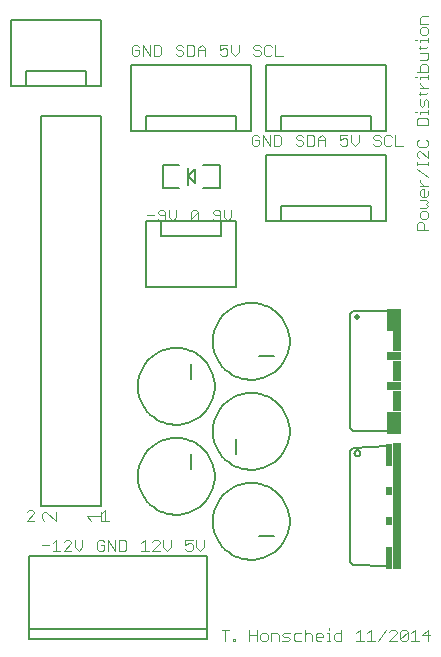
<source format=gto>
G75*
%MOIN*%
%OFA0B0*%
%FSLAX24Y24*%
%IPPOS*%
%LPD*%
%AMOC8*
5,1,8,0,0,1.08239X$1,22.5*
%
%ADD10C,0.0030*%
%ADD11C,0.0080*%
%ADD12C,0.0060*%
%ADD13C,0.0200*%
%ADD14R,0.0500X0.0750*%
%ADD15R,0.0300X0.0700*%
%ADD16R,0.0500X0.0300*%
%ADD17C,0.0050*%
%ADD18R,0.0300X0.4200*%
%ADD19R,0.0200X0.0750*%
%ADD20R,0.0200X0.0300*%
%ADD21C,0.0040*%
D10*
X002083Y003615D02*
X002330Y003615D01*
X002452Y003615D02*
X002699Y003862D01*
X002699Y003924D01*
X002637Y003985D01*
X002513Y003985D01*
X002452Y003924D01*
X002452Y003615D02*
X002699Y003615D01*
X002820Y003738D02*
X002820Y003985D01*
X002820Y003738D02*
X002943Y003615D01*
X003067Y003738D01*
X003067Y003985D01*
X003557Y003924D02*
X003557Y003677D01*
X003618Y003615D01*
X003742Y003615D01*
X003803Y003677D01*
X003803Y003800D01*
X003680Y003800D01*
X003557Y003924D02*
X003618Y003985D01*
X003742Y003985D01*
X003803Y003924D01*
X003925Y003985D02*
X004172Y003615D01*
X004172Y003985D01*
X004293Y003985D02*
X004293Y003615D01*
X004478Y003615D01*
X004540Y003677D01*
X004540Y003924D01*
X004478Y003985D01*
X004293Y003985D01*
X003925Y003985D02*
X003925Y003615D01*
X003962Y004615D02*
X003715Y004615D01*
X003838Y004615D02*
X003838Y004985D01*
X003715Y004862D01*
X005030Y003862D02*
X005153Y003985D01*
X005153Y003615D01*
X005030Y003615D02*
X005277Y003615D01*
X005398Y003615D02*
X005645Y003862D01*
X005645Y003924D01*
X005583Y003985D01*
X005460Y003985D01*
X005398Y003924D01*
X005398Y003615D02*
X005645Y003615D01*
X005766Y003738D02*
X005766Y003985D01*
X005766Y003738D02*
X005890Y003615D01*
X006013Y003738D01*
X006013Y003985D01*
X006503Y003985D02*
X006503Y003800D01*
X006627Y003862D01*
X006688Y003862D01*
X006750Y003800D01*
X006750Y003677D01*
X006688Y003615D01*
X006565Y003615D01*
X006503Y003677D01*
X006503Y003985D02*
X006750Y003985D01*
X006871Y003985D02*
X006871Y003738D01*
X006995Y003615D01*
X007118Y003738D01*
X007118Y003985D01*
X007715Y000985D02*
X007962Y000985D01*
X007838Y000985D02*
X007838Y000615D01*
X008083Y000615D02*
X008145Y000615D01*
X008145Y000677D01*
X008083Y000677D01*
X008083Y000615D01*
X008636Y000615D02*
X008636Y000985D01*
X008636Y000800D02*
X008883Y000800D01*
X009004Y000800D02*
X009004Y000677D01*
X009066Y000615D01*
X009189Y000615D01*
X009251Y000677D01*
X009251Y000800D01*
X009189Y000862D01*
X009066Y000862D01*
X009004Y000800D01*
X008883Y000985D02*
X008883Y000615D01*
X009372Y000615D02*
X009372Y000862D01*
X009558Y000862D01*
X009619Y000800D01*
X009619Y000615D01*
X009741Y000615D02*
X009926Y000615D01*
X009988Y000677D01*
X009926Y000738D01*
X009802Y000738D01*
X009741Y000800D01*
X009802Y000862D01*
X009988Y000862D01*
X010109Y000800D02*
X010109Y000677D01*
X010171Y000615D01*
X010356Y000615D01*
X010477Y000615D02*
X010477Y000985D01*
X010539Y000862D02*
X010663Y000862D01*
X010724Y000800D01*
X010724Y000615D01*
X010846Y000677D02*
X010846Y000800D01*
X010907Y000862D01*
X011031Y000862D01*
X011093Y000800D01*
X011093Y000738D01*
X010846Y000738D01*
X010846Y000677D02*
X010907Y000615D01*
X011031Y000615D01*
X011214Y000615D02*
X011337Y000615D01*
X011276Y000615D02*
X011276Y000862D01*
X011214Y000862D01*
X011276Y000985D02*
X011276Y001047D01*
X011521Y000862D02*
X011706Y000862D01*
X011706Y000985D02*
X011706Y000615D01*
X011521Y000615D01*
X011460Y000677D01*
X011460Y000800D01*
X011521Y000862D01*
X012196Y000862D02*
X012320Y000985D01*
X012320Y000615D01*
X012443Y000615D02*
X012196Y000615D01*
X012564Y000615D02*
X012811Y000615D01*
X012933Y000615D02*
X013180Y000985D01*
X013301Y000924D02*
X013363Y000985D01*
X013486Y000985D01*
X013548Y000924D01*
X013548Y000862D01*
X013301Y000615D01*
X013548Y000615D01*
X013669Y000677D02*
X013916Y000924D01*
X013916Y000677D01*
X013855Y000615D01*
X013731Y000615D01*
X013669Y000677D01*
X013669Y000924D01*
X013731Y000985D01*
X013855Y000985D01*
X013916Y000924D01*
X014038Y000862D02*
X014161Y000985D01*
X014161Y000615D01*
X014038Y000615D02*
X014285Y000615D01*
X014406Y000800D02*
X014653Y000800D01*
X014591Y000615D02*
X014591Y000985D01*
X014406Y000800D01*
X012688Y000985D02*
X012688Y000615D01*
X012564Y000862D02*
X012688Y000985D01*
X010539Y000862D02*
X010477Y000800D01*
X010356Y000862D02*
X010171Y000862D01*
X010109Y000800D01*
X002207Y003615D02*
X002207Y003985D01*
X002083Y003862D01*
X001962Y003800D02*
X001715Y003800D01*
X001462Y004615D02*
X001215Y004615D01*
X001462Y004862D01*
X001462Y004924D01*
X001400Y004985D01*
X001277Y004985D01*
X001215Y004924D01*
X005645Y014615D02*
X005768Y014615D01*
X005830Y014677D01*
X005830Y014924D01*
X005768Y014985D01*
X005645Y014985D01*
X005583Y014924D01*
X005583Y014862D01*
X005645Y014800D01*
X005830Y014800D01*
X005952Y014738D02*
X005952Y014985D01*
X006199Y014985D02*
X006199Y014738D01*
X006075Y014615D01*
X005952Y014738D01*
X005645Y014615D02*
X005583Y014677D01*
X005462Y014800D02*
X005215Y014800D01*
X006688Y014677D02*
X006750Y014615D01*
X006873Y014615D01*
X006935Y014677D01*
X006935Y014924D01*
X006688Y014677D01*
X006688Y014924D01*
X006750Y014985D01*
X006873Y014985D01*
X006935Y014924D01*
X007425Y014924D02*
X007425Y014862D01*
X007487Y014800D01*
X007672Y014800D01*
X007672Y014677D02*
X007672Y014924D01*
X007610Y014985D01*
X007487Y014985D01*
X007425Y014924D01*
X007425Y014677D02*
X007487Y014615D01*
X007610Y014615D01*
X007672Y014677D01*
X007793Y014738D02*
X007793Y014985D01*
X007793Y014738D02*
X007917Y014615D01*
X008040Y014738D01*
X008040Y014985D01*
X008777Y017115D02*
X008900Y017115D01*
X008962Y017177D01*
X008962Y017300D01*
X008838Y017300D01*
X008715Y017177D02*
X008715Y017424D01*
X008777Y017485D01*
X008900Y017485D01*
X008962Y017424D01*
X009083Y017485D02*
X009330Y017115D01*
X009330Y017485D01*
X009452Y017485D02*
X009452Y017115D01*
X009637Y017115D01*
X009699Y017177D01*
X009699Y017424D01*
X009637Y017485D01*
X009452Y017485D01*
X009083Y017485D02*
X009083Y017115D01*
X008777Y017115D02*
X008715Y017177D01*
X010188Y017177D02*
X010250Y017115D01*
X010373Y017115D01*
X010435Y017177D01*
X010435Y017238D01*
X010373Y017300D01*
X010250Y017300D01*
X010188Y017362D01*
X010188Y017424D01*
X010250Y017485D01*
X010373Y017485D01*
X010435Y017424D01*
X010557Y017485D02*
X010557Y017115D01*
X010742Y017115D01*
X010803Y017177D01*
X010803Y017424D01*
X010742Y017485D01*
X010557Y017485D01*
X010925Y017362D02*
X010925Y017115D01*
X010925Y017300D02*
X011172Y017300D01*
X011172Y017362D02*
X011172Y017115D01*
X011172Y017362D02*
X011048Y017485D01*
X010925Y017362D01*
X011662Y017300D02*
X011785Y017362D01*
X011847Y017362D01*
X011908Y017300D01*
X011908Y017177D01*
X011847Y017115D01*
X011723Y017115D01*
X011662Y017177D01*
X011662Y017300D02*
X011662Y017485D01*
X011908Y017485D01*
X012030Y017485D02*
X012030Y017238D01*
X012153Y017115D01*
X012277Y017238D01*
X012277Y017485D01*
X012766Y017424D02*
X012766Y017362D01*
X012828Y017300D01*
X012952Y017300D01*
X013013Y017238D01*
X013013Y017177D01*
X012952Y017115D01*
X012828Y017115D01*
X012766Y017177D01*
X012766Y017424D02*
X012828Y017485D01*
X012952Y017485D01*
X013013Y017424D01*
X013135Y017424D02*
X013135Y017177D01*
X013196Y017115D01*
X013320Y017115D01*
X013382Y017177D01*
X013503Y017115D02*
X013503Y017485D01*
X013382Y017424D02*
X013320Y017485D01*
X013196Y017485D01*
X013135Y017424D01*
X013503Y017115D02*
X013750Y017115D01*
X014215Y017139D02*
X014276Y017077D01*
X014523Y017077D01*
X014585Y017139D01*
X014585Y017263D01*
X014523Y017324D01*
X014276Y017324D02*
X014215Y017263D01*
X014215Y017139D01*
X014276Y016956D02*
X014215Y016894D01*
X014215Y016771D01*
X014276Y016709D01*
X014215Y016587D02*
X014215Y016464D01*
X014215Y016525D02*
X014585Y016525D01*
X014585Y016464D02*
X014585Y016587D01*
X014585Y016709D02*
X014338Y016956D01*
X014276Y016956D01*
X014585Y016956D02*
X014585Y016709D01*
X014215Y016342D02*
X014585Y016095D01*
X014585Y015788D02*
X014338Y015788D01*
X014462Y015788D02*
X014338Y015912D01*
X014338Y015973D01*
X014400Y015667D02*
X014462Y015667D01*
X014462Y015420D01*
X014523Y015420D02*
X014400Y015420D01*
X014338Y015482D01*
X014338Y015605D01*
X014400Y015667D01*
X014585Y015482D02*
X014523Y015420D01*
X014585Y015482D02*
X014585Y015605D01*
X014523Y015299D02*
X014338Y015299D01*
X014523Y015299D02*
X014585Y015237D01*
X014523Y015175D01*
X014585Y015113D01*
X014523Y015052D01*
X014338Y015052D01*
X014400Y014930D02*
X014338Y014868D01*
X014338Y014745D01*
X014400Y014683D01*
X014523Y014683D01*
X014585Y014745D01*
X014585Y014868D01*
X014523Y014930D01*
X014400Y014930D01*
X014400Y014562D02*
X014462Y014500D01*
X014462Y014315D01*
X014585Y014315D02*
X014215Y014315D01*
X014215Y014500D01*
X014276Y014562D01*
X014400Y014562D01*
X014215Y017814D02*
X014585Y017814D01*
X014585Y017999D01*
X014523Y018061D01*
X014276Y018061D01*
X014215Y017999D01*
X014215Y017814D01*
X014338Y018182D02*
X014338Y018244D01*
X014585Y018244D01*
X014585Y018182D02*
X014585Y018306D01*
X014585Y018428D02*
X014585Y018613D01*
X014523Y018675D01*
X014462Y018613D01*
X014462Y018490D01*
X014400Y018428D01*
X014338Y018490D01*
X014338Y018675D01*
X014338Y018796D02*
X014338Y018920D01*
X014276Y018858D02*
X014523Y018858D01*
X014585Y018920D01*
X014585Y019042D02*
X014338Y019042D01*
X014338Y019165D02*
X014338Y019227D01*
X014338Y019165D02*
X014462Y019042D01*
X014585Y019349D02*
X014585Y019472D01*
X014585Y019410D02*
X014338Y019410D01*
X014338Y019349D01*
X014215Y019410D02*
X014153Y019410D01*
X014215Y019594D02*
X014585Y019594D01*
X014585Y019779D01*
X014523Y019841D01*
X014400Y019841D01*
X014338Y019779D01*
X014338Y019594D01*
X014338Y019962D02*
X014523Y019962D01*
X014585Y020024D01*
X014585Y020209D01*
X014338Y020209D01*
X014338Y020331D02*
X014338Y020454D01*
X014276Y020393D02*
X014523Y020393D01*
X014585Y020454D01*
X014585Y020576D02*
X014585Y020700D01*
X014585Y020638D02*
X014338Y020638D01*
X014338Y020576D01*
X014215Y020638D02*
X014153Y020638D01*
X014338Y020884D02*
X014400Y020822D01*
X014523Y020822D01*
X014585Y020884D01*
X014585Y021007D01*
X014523Y021069D01*
X014400Y021069D01*
X014338Y021007D01*
X014338Y020884D01*
X014338Y021190D02*
X014338Y021375D01*
X014400Y021437D01*
X014585Y021437D01*
X014585Y021190D02*
X014338Y021190D01*
X014215Y018244D02*
X014153Y018244D01*
X009750Y020115D02*
X009503Y020115D01*
X009503Y020485D01*
X009382Y020424D02*
X009320Y020485D01*
X009196Y020485D01*
X009135Y020424D01*
X009135Y020177D01*
X009196Y020115D01*
X009320Y020115D01*
X009382Y020177D01*
X009013Y020177D02*
X008952Y020115D01*
X008828Y020115D01*
X008766Y020177D01*
X008828Y020300D02*
X008766Y020362D01*
X008766Y020424D01*
X008828Y020485D01*
X008952Y020485D01*
X009013Y020424D01*
X008952Y020300D02*
X008828Y020300D01*
X008952Y020300D02*
X009013Y020238D01*
X009013Y020177D01*
X008277Y020238D02*
X008277Y020485D01*
X008277Y020238D02*
X008153Y020115D01*
X008030Y020238D01*
X008030Y020485D01*
X007908Y020485D02*
X007662Y020485D01*
X007662Y020300D01*
X007785Y020362D01*
X007847Y020362D01*
X007908Y020300D01*
X007908Y020177D01*
X007847Y020115D01*
X007723Y020115D01*
X007662Y020177D01*
X007172Y020115D02*
X007172Y020362D01*
X007048Y020485D01*
X006925Y020362D01*
X006925Y020115D01*
X006803Y020177D02*
X006803Y020424D01*
X006742Y020485D01*
X006557Y020485D01*
X006557Y020115D01*
X006742Y020115D01*
X006803Y020177D01*
X006925Y020300D02*
X007172Y020300D01*
X006435Y020238D02*
X006435Y020177D01*
X006373Y020115D01*
X006250Y020115D01*
X006188Y020177D01*
X006250Y020300D02*
X006188Y020362D01*
X006188Y020424D01*
X006250Y020485D01*
X006373Y020485D01*
X006435Y020424D01*
X006373Y020300D02*
X006250Y020300D01*
X006373Y020300D02*
X006435Y020238D01*
X005699Y020177D02*
X005699Y020424D01*
X005637Y020485D01*
X005452Y020485D01*
X005452Y020115D01*
X005637Y020115D01*
X005699Y020177D01*
X005330Y020115D02*
X005330Y020485D01*
X005083Y020485D02*
X005083Y020115D01*
X004962Y020177D02*
X004962Y020300D01*
X004838Y020300D01*
X004715Y020177D02*
X004777Y020115D01*
X004900Y020115D01*
X004962Y020177D01*
X004715Y020177D02*
X004715Y020424D01*
X004777Y020485D01*
X004900Y020485D01*
X004962Y020424D01*
X005083Y020485D02*
X005330Y020115D01*
D11*
X001294Y000998D02*
X001294Y000683D01*
X007239Y000683D01*
X007239Y000998D01*
X001294Y000998D01*
X001294Y003439D01*
X007239Y003439D01*
X007239Y000998D01*
X008950Y004100D02*
X009450Y004100D01*
X007420Y004600D02*
X007422Y004671D01*
X007428Y004742D01*
X007438Y004813D01*
X007452Y004882D01*
X007469Y004951D01*
X007491Y005019D01*
X007516Y005086D01*
X007545Y005151D01*
X007577Y005214D01*
X007613Y005276D01*
X007652Y005335D01*
X007695Y005392D01*
X007740Y005447D01*
X007789Y005499D01*
X007840Y005548D01*
X007894Y005594D01*
X007951Y005638D01*
X008009Y005678D01*
X008070Y005714D01*
X008133Y005748D01*
X008198Y005777D01*
X008264Y005803D01*
X008332Y005826D01*
X008400Y005844D01*
X008470Y005859D01*
X008540Y005870D01*
X008611Y005877D01*
X008682Y005880D01*
X008753Y005879D01*
X008824Y005874D01*
X008895Y005865D01*
X008965Y005852D01*
X009034Y005836D01*
X009102Y005815D01*
X009169Y005791D01*
X009235Y005763D01*
X009298Y005731D01*
X009360Y005696D01*
X009420Y005658D01*
X009478Y005616D01*
X009533Y005572D01*
X009586Y005524D01*
X009636Y005473D01*
X009683Y005420D01*
X009727Y005364D01*
X009768Y005306D01*
X009806Y005245D01*
X009840Y005183D01*
X009870Y005118D01*
X009897Y005053D01*
X009921Y004985D01*
X009940Y004917D01*
X009956Y004848D01*
X009968Y004777D01*
X009976Y004707D01*
X009980Y004636D01*
X009980Y004564D01*
X009976Y004493D01*
X009968Y004423D01*
X009956Y004352D01*
X009940Y004283D01*
X009921Y004215D01*
X009897Y004147D01*
X009870Y004082D01*
X009840Y004017D01*
X009806Y003955D01*
X009768Y003894D01*
X009727Y003836D01*
X009683Y003780D01*
X009636Y003727D01*
X009586Y003676D01*
X009533Y003628D01*
X009478Y003584D01*
X009420Y003542D01*
X009360Y003504D01*
X009298Y003469D01*
X009235Y003437D01*
X009169Y003409D01*
X009102Y003385D01*
X009034Y003364D01*
X008965Y003348D01*
X008895Y003335D01*
X008824Y003326D01*
X008753Y003321D01*
X008682Y003320D01*
X008611Y003323D01*
X008540Y003330D01*
X008470Y003341D01*
X008400Y003356D01*
X008332Y003374D01*
X008264Y003397D01*
X008198Y003423D01*
X008133Y003452D01*
X008070Y003486D01*
X008009Y003522D01*
X007951Y003562D01*
X007894Y003606D01*
X007840Y003652D01*
X007789Y003701D01*
X007740Y003753D01*
X007695Y003808D01*
X007652Y003865D01*
X007613Y003924D01*
X007577Y003986D01*
X007545Y004049D01*
X007516Y004114D01*
X007491Y004181D01*
X007469Y004249D01*
X007452Y004318D01*
X007438Y004387D01*
X007428Y004458D01*
X007422Y004529D01*
X007420Y004600D01*
X006700Y006350D02*
X006700Y006850D01*
X004920Y006100D02*
X004922Y006171D01*
X004928Y006242D01*
X004938Y006313D01*
X004952Y006382D01*
X004969Y006451D01*
X004991Y006519D01*
X005016Y006586D01*
X005045Y006651D01*
X005077Y006714D01*
X005113Y006776D01*
X005152Y006835D01*
X005195Y006892D01*
X005240Y006947D01*
X005289Y006999D01*
X005340Y007048D01*
X005394Y007094D01*
X005451Y007138D01*
X005509Y007178D01*
X005570Y007214D01*
X005633Y007248D01*
X005698Y007277D01*
X005764Y007303D01*
X005832Y007326D01*
X005900Y007344D01*
X005970Y007359D01*
X006040Y007370D01*
X006111Y007377D01*
X006182Y007380D01*
X006253Y007379D01*
X006324Y007374D01*
X006395Y007365D01*
X006465Y007352D01*
X006534Y007336D01*
X006602Y007315D01*
X006669Y007291D01*
X006735Y007263D01*
X006798Y007231D01*
X006860Y007196D01*
X006920Y007158D01*
X006978Y007116D01*
X007033Y007072D01*
X007086Y007024D01*
X007136Y006973D01*
X007183Y006920D01*
X007227Y006864D01*
X007268Y006806D01*
X007306Y006745D01*
X007340Y006683D01*
X007370Y006618D01*
X007397Y006553D01*
X007421Y006485D01*
X007440Y006417D01*
X007456Y006348D01*
X007468Y006277D01*
X007476Y006207D01*
X007480Y006136D01*
X007480Y006064D01*
X007476Y005993D01*
X007468Y005923D01*
X007456Y005852D01*
X007440Y005783D01*
X007421Y005715D01*
X007397Y005647D01*
X007370Y005582D01*
X007340Y005517D01*
X007306Y005455D01*
X007268Y005394D01*
X007227Y005336D01*
X007183Y005280D01*
X007136Y005227D01*
X007086Y005176D01*
X007033Y005128D01*
X006978Y005084D01*
X006920Y005042D01*
X006860Y005004D01*
X006798Y004969D01*
X006735Y004937D01*
X006669Y004909D01*
X006602Y004885D01*
X006534Y004864D01*
X006465Y004848D01*
X006395Y004835D01*
X006324Y004826D01*
X006253Y004821D01*
X006182Y004820D01*
X006111Y004823D01*
X006040Y004830D01*
X005970Y004841D01*
X005900Y004856D01*
X005832Y004874D01*
X005764Y004897D01*
X005698Y004923D01*
X005633Y004952D01*
X005570Y004986D01*
X005509Y005022D01*
X005451Y005062D01*
X005394Y005106D01*
X005340Y005152D01*
X005289Y005201D01*
X005240Y005253D01*
X005195Y005308D01*
X005152Y005365D01*
X005113Y005424D01*
X005077Y005486D01*
X005045Y005549D01*
X005016Y005614D01*
X004991Y005681D01*
X004969Y005749D01*
X004952Y005818D01*
X004938Y005887D01*
X004928Y005958D01*
X004922Y006029D01*
X004920Y006100D01*
X004920Y009100D02*
X004922Y009171D01*
X004928Y009242D01*
X004938Y009313D01*
X004952Y009382D01*
X004969Y009451D01*
X004991Y009519D01*
X005016Y009586D01*
X005045Y009651D01*
X005077Y009714D01*
X005113Y009776D01*
X005152Y009835D01*
X005195Y009892D01*
X005240Y009947D01*
X005289Y009999D01*
X005340Y010048D01*
X005394Y010094D01*
X005451Y010138D01*
X005509Y010178D01*
X005570Y010214D01*
X005633Y010248D01*
X005698Y010277D01*
X005764Y010303D01*
X005832Y010326D01*
X005900Y010344D01*
X005970Y010359D01*
X006040Y010370D01*
X006111Y010377D01*
X006182Y010380D01*
X006253Y010379D01*
X006324Y010374D01*
X006395Y010365D01*
X006465Y010352D01*
X006534Y010336D01*
X006602Y010315D01*
X006669Y010291D01*
X006735Y010263D01*
X006798Y010231D01*
X006860Y010196D01*
X006920Y010158D01*
X006978Y010116D01*
X007033Y010072D01*
X007086Y010024D01*
X007136Y009973D01*
X007183Y009920D01*
X007227Y009864D01*
X007268Y009806D01*
X007306Y009745D01*
X007340Y009683D01*
X007370Y009618D01*
X007397Y009553D01*
X007421Y009485D01*
X007440Y009417D01*
X007456Y009348D01*
X007468Y009277D01*
X007476Y009207D01*
X007480Y009136D01*
X007480Y009064D01*
X007476Y008993D01*
X007468Y008923D01*
X007456Y008852D01*
X007440Y008783D01*
X007421Y008715D01*
X007397Y008647D01*
X007370Y008582D01*
X007340Y008517D01*
X007306Y008455D01*
X007268Y008394D01*
X007227Y008336D01*
X007183Y008280D01*
X007136Y008227D01*
X007086Y008176D01*
X007033Y008128D01*
X006978Y008084D01*
X006920Y008042D01*
X006860Y008004D01*
X006798Y007969D01*
X006735Y007937D01*
X006669Y007909D01*
X006602Y007885D01*
X006534Y007864D01*
X006465Y007848D01*
X006395Y007835D01*
X006324Y007826D01*
X006253Y007821D01*
X006182Y007820D01*
X006111Y007823D01*
X006040Y007830D01*
X005970Y007841D01*
X005900Y007856D01*
X005832Y007874D01*
X005764Y007897D01*
X005698Y007923D01*
X005633Y007952D01*
X005570Y007986D01*
X005509Y008022D01*
X005451Y008062D01*
X005394Y008106D01*
X005340Y008152D01*
X005289Y008201D01*
X005240Y008253D01*
X005195Y008308D01*
X005152Y008365D01*
X005113Y008424D01*
X005077Y008486D01*
X005045Y008549D01*
X005016Y008614D01*
X004991Y008681D01*
X004969Y008749D01*
X004952Y008818D01*
X004938Y008887D01*
X004928Y008958D01*
X004922Y009029D01*
X004920Y009100D01*
X006700Y009350D02*
X006700Y009850D01*
X008200Y007350D02*
X008200Y006850D01*
X007420Y007600D02*
X007422Y007671D01*
X007428Y007742D01*
X007438Y007813D01*
X007452Y007882D01*
X007469Y007951D01*
X007491Y008019D01*
X007516Y008086D01*
X007545Y008151D01*
X007577Y008214D01*
X007613Y008276D01*
X007652Y008335D01*
X007695Y008392D01*
X007740Y008447D01*
X007789Y008499D01*
X007840Y008548D01*
X007894Y008594D01*
X007951Y008638D01*
X008009Y008678D01*
X008070Y008714D01*
X008133Y008748D01*
X008198Y008777D01*
X008264Y008803D01*
X008332Y008826D01*
X008400Y008844D01*
X008470Y008859D01*
X008540Y008870D01*
X008611Y008877D01*
X008682Y008880D01*
X008753Y008879D01*
X008824Y008874D01*
X008895Y008865D01*
X008965Y008852D01*
X009034Y008836D01*
X009102Y008815D01*
X009169Y008791D01*
X009235Y008763D01*
X009298Y008731D01*
X009360Y008696D01*
X009420Y008658D01*
X009478Y008616D01*
X009533Y008572D01*
X009586Y008524D01*
X009636Y008473D01*
X009683Y008420D01*
X009727Y008364D01*
X009768Y008306D01*
X009806Y008245D01*
X009840Y008183D01*
X009870Y008118D01*
X009897Y008053D01*
X009921Y007985D01*
X009940Y007917D01*
X009956Y007848D01*
X009968Y007777D01*
X009976Y007707D01*
X009980Y007636D01*
X009980Y007564D01*
X009976Y007493D01*
X009968Y007423D01*
X009956Y007352D01*
X009940Y007283D01*
X009921Y007215D01*
X009897Y007147D01*
X009870Y007082D01*
X009840Y007017D01*
X009806Y006955D01*
X009768Y006894D01*
X009727Y006836D01*
X009683Y006780D01*
X009636Y006727D01*
X009586Y006676D01*
X009533Y006628D01*
X009478Y006584D01*
X009420Y006542D01*
X009360Y006504D01*
X009298Y006469D01*
X009235Y006437D01*
X009169Y006409D01*
X009102Y006385D01*
X009034Y006364D01*
X008965Y006348D01*
X008895Y006335D01*
X008824Y006326D01*
X008753Y006321D01*
X008682Y006320D01*
X008611Y006323D01*
X008540Y006330D01*
X008470Y006341D01*
X008400Y006356D01*
X008332Y006374D01*
X008264Y006397D01*
X008198Y006423D01*
X008133Y006452D01*
X008070Y006486D01*
X008009Y006522D01*
X007951Y006562D01*
X007894Y006606D01*
X007840Y006652D01*
X007789Y006701D01*
X007740Y006753D01*
X007695Y006808D01*
X007652Y006865D01*
X007613Y006924D01*
X007577Y006986D01*
X007545Y007049D01*
X007516Y007114D01*
X007491Y007181D01*
X007469Y007249D01*
X007452Y007318D01*
X007438Y007387D01*
X007428Y007458D01*
X007422Y007529D01*
X007420Y007600D01*
X008950Y010100D02*
X009450Y010100D01*
X007420Y010600D02*
X007422Y010671D01*
X007428Y010742D01*
X007438Y010813D01*
X007452Y010882D01*
X007469Y010951D01*
X007491Y011019D01*
X007516Y011086D01*
X007545Y011151D01*
X007577Y011214D01*
X007613Y011276D01*
X007652Y011335D01*
X007695Y011392D01*
X007740Y011447D01*
X007789Y011499D01*
X007840Y011548D01*
X007894Y011594D01*
X007951Y011638D01*
X008009Y011678D01*
X008070Y011714D01*
X008133Y011748D01*
X008198Y011777D01*
X008264Y011803D01*
X008332Y011826D01*
X008400Y011844D01*
X008470Y011859D01*
X008540Y011870D01*
X008611Y011877D01*
X008682Y011880D01*
X008753Y011879D01*
X008824Y011874D01*
X008895Y011865D01*
X008965Y011852D01*
X009034Y011836D01*
X009102Y011815D01*
X009169Y011791D01*
X009235Y011763D01*
X009298Y011731D01*
X009360Y011696D01*
X009420Y011658D01*
X009478Y011616D01*
X009533Y011572D01*
X009586Y011524D01*
X009636Y011473D01*
X009683Y011420D01*
X009727Y011364D01*
X009768Y011306D01*
X009806Y011245D01*
X009840Y011183D01*
X009870Y011118D01*
X009897Y011053D01*
X009921Y010985D01*
X009940Y010917D01*
X009956Y010848D01*
X009968Y010777D01*
X009976Y010707D01*
X009980Y010636D01*
X009980Y010564D01*
X009976Y010493D01*
X009968Y010423D01*
X009956Y010352D01*
X009940Y010283D01*
X009921Y010215D01*
X009897Y010147D01*
X009870Y010082D01*
X009840Y010017D01*
X009806Y009955D01*
X009768Y009894D01*
X009727Y009836D01*
X009683Y009780D01*
X009636Y009727D01*
X009586Y009676D01*
X009533Y009628D01*
X009478Y009584D01*
X009420Y009542D01*
X009360Y009504D01*
X009298Y009469D01*
X009235Y009437D01*
X009169Y009409D01*
X009102Y009385D01*
X009034Y009364D01*
X008965Y009348D01*
X008895Y009335D01*
X008824Y009326D01*
X008753Y009321D01*
X008682Y009320D01*
X008611Y009323D01*
X008540Y009330D01*
X008470Y009341D01*
X008400Y009356D01*
X008332Y009374D01*
X008264Y009397D01*
X008198Y009423D01*
X008133Y009452D01*
X008070Y009486D01*
X008009Y009522D01*
X007951Y009562D01*
X007894Y009606D01*
X007840Y009652D01*
X007789Y009701D01*
X007740Y009753D01*
X007695Y009808D01*
X007652Y009865D01*
X007613Y009924D01*
X007577Y009986D01*
X007545Y010049D01*
X007516Y010114D01*
X007491Y010181D01*
X007469Y010249D01*
X007452Y010318D01*
X007438Y010387D01*
X007428Y010458D01*
X007422Y010529D01*
X007420Y010600D01*
X007645Y015706D02*
X007094Y015706D01*
X006818Y015864D02*
X006818Y016336D01*
X006582Y016100D01*
X006818Y015864D01*
X006582Y015824D02*
X006582Y016100D01*
X006582Y016376D01*
X006306Y016494D02*
X005755Y016494D01*
X005755Y015706D01*
X006306Y015706D01*
X007094Y016494D02*
X007645Y016494D01*
X007645Y015706D01*
D12*
X012000Y011500D02*
X012100Y011600D01*
X013250Y011600D01*
X012000Y011500D02*
X012000Y007700D01*
X012100Y007600D01*
X013250Y007600D01*
D13*
X012240Y011420D03*
D14*
X013450Y011325D03*
X013450Y007875D03*
D15*
X013550Y008600D03*
X013550Y009600D03*
X013550Y010600D03*
D16*
X013450Y010100D03*
X013450Y009100D03*
D17*
X013250Y007100D02*
X012100Y007050D01*
X012000Y006950D01*
X012000Y003250D01*
X012100Y003150D01*
X013250Y003100D01*
X012140Y006870D02*
X012142Y006890D01*
X012148Y006908D01*
X012157Y006926D01*
X012169Y006941D01*
X012184Y006953D01*
X012202Y006962D01*
X012220Y006968D01*
X012240Y006970D01*
X012260Y006968D01*
X012278Y006962D01*
X012296Y006953D01*
X012311Y006941D01*
X012323Y006926D01*
X012332Y006908D01*
X012338Y006890D01*
X012340Y006870D01*
X012338Y006850D01*
X012332Y006832D01*
X012323Y006814D01*
X012311Y006799D01*
X012296Y006787D01*
X012278Y006778D01*
X012260Y006772D01*
X012240Y006770D01*
X012220Y006772D01*
X012202Y006778D01*
X012184Y006787D01*
X012169Y006799D01*
X012157Y006814D01*
X012148Y006832D01*
X012142Y006850D01*
X012140Y006870D01*
X008200Y012400D02*
X005200Y012400D01*
X005200Y014600D01*
X005700Y014600D01*
X005700Y014100D01*
X007700Y014100D01*
X007700Y014600D01*
X008200Y014600D01*
X008200Y012400D01*
X007700Y014600D02*
X005700Y014600D01*
X005200Y017600D02*
X004700Y017600D01*
X004700Y019800D01*
X008700Y019800D01*
X008700Y017600D01*
X008200Y017600D01*
X008200Y018100D01*
X005200Y018100D01*
X005200Y017600D01*
X008200Y017600D01*
X009200Y017600D02*
X009700Y017600D01*
X009700Y018100D01*
X012700Y018100D01*
X012700Y017600D01*
X009700Y017600D01*
X009200Y017600D02*
X009200Y019800D01*
X013200Y019800D01*
X013200Y017600D01*
X012700Y017600D01*
X013200Y016800D02*
X009200Y016800D01*
X009200Y014600D01*
X009700Y014600D01*
X009700Y015100D01*
X012700Y015100D01*
X012700Y014600D01*
X009700Y014600D01*
X012700Y014600D02*
X013200Y014600D01*
X013200Y016800D01*
X003700Y018100D02*
X003700Y005100D01*
X001700Y005100D01*
X001700Y018100D01*
X003700Y018100D01*
X003700Y019100D02*
X003200Y019100D01*
X003200Y019600D01*
X001200Y019600D01*
X001200Y019100D01*
X000700Y019100D01*
X000700Y021300D01*
X003700Y021300D01*
X003700Y019100D01*
X003200Y019100D02*
X001200Y019100D01*
D18*
X013550Y005100D03*
D19*
X013300Y003375D03*
X013300Y006825D03*
D20*
X013300Y005600D03*
X013300Y004600D03*
D21*
X003680Y004620D02*
X003680Y004927D01*
X003680Y004773D02*
X003220Y004773D01*
X003373Y004620D01*
X002180Y004620D02*
X001873Y004927D01*
X001796Y004927D01*
X001720Y004850D01*
X001720Y004697D01*
X001796Y004620D01*
X002180Y004620D02*
X002180Y004927D01*
M02*

</source>
